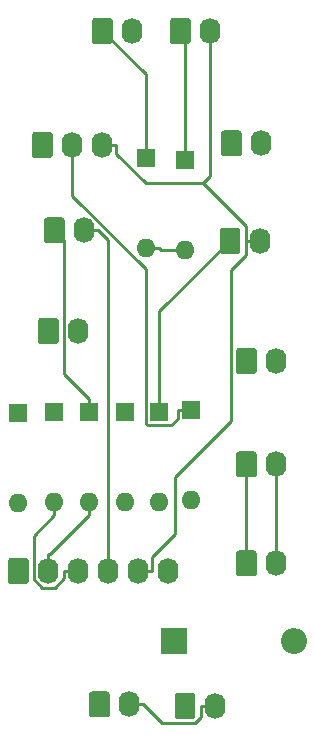
<source format=gbr>
G04 #@! TF.GenerationSoftware,KiCad,Pcbnew,(5.1.5-0-10_14)*
G04 #@! TF.CreationDate,2021-04-18T14:49:03+10:00*
G04 #@! TF.ProjectId,OH - Right Console - 12 -  Canopy Switch Breakers,4f48202d-2052-4696-9768-7420436f6e73,rev?*
G04 #@! TF.SameCoordinates,Original*
G04 #@! TF.FileFunction,Copper,L1,Top*
G04 #@! TF.FilePolarity,Positive*
%FSLAX46Y46*%
G04 Gerber Fmt 4.6, Leading zero omitted, Abs format (unit mm)*
G04 Created by KiCad (PCBNEW (5.1.5-0-10_14)) date 2021-04-18 14:49:03*
%MOMM*%
%LPD*%
G04 APERTURE LIST*
%ADD10O,1.740000X2.200000*%
%ADD11C,0.100000*%
%ADD12O,2.200000X2.200000*%
%ADD13R,2.200000X2.200000*%
%ADD14O,1.600000X1.600000*%
%ADD15R,1.600000X1.600000*%
%ADD16C,0.250000*%
G04 APERTURE END LIST*
D10*
X109474000Y-110998000D03*
G04 #@! TA.AperFunction,ComponentPad*
D11*
G36*
X107578505Y-109899204D02*
G01*
X107602773Y-109902804D01*
X107626572Y-109908765D01*
X107649671Y-109917030D01*
X107671850Y-109927520D01*
X107692893Y-109940132D01*
X107712599Y-109954747D01*
X107730777Y-109971223D01*
X107747253Y-109989401D01*
X107761868Y-110009107D01*
X107774480Y-110030150D01*
X107784970Y-110052329D01*
X107793235Y-110075428D01*
X107799196Y-110099227D01*
X107802796Y-110123495D01*
X107804000Y-110147999D01*
X107804000Y-111848001D01*
X107802796Y-111872505D01*
X107799196Y-111896773D01*
X107793235Y-111920572D01*
X107784970Y-111943671D01*
X107774480Y-111965850D01*
X107761868Y-111986893D01*
X107747253Y-112006599D01*
X107730777Y-112024777D01*
X107712599Y-112041253D01*
X107692893Y-112055868D01*
X107671850Y-112068480D01*
X107649671Y-112078970D01*
X107626572Y-112087235D01*
X107602773Y-112093196D01*
X107578505Y-112096796D01*
X107554001Y-112098000D01*
X106313999Y-112098000D01*
X106289495Y-112096796D01*
X106265227Y-112093196D01*
X106241428Y-112087235D01*
X106218329Y-112078970D01*
X106196150Y-112068480D01*
X106175107Y-112055868D01*
X106155401Y-112041253D01*
X106137223Y-112024777D01*
X106120747Y-112006599D01*
X106106132Y-111986893D01*
X106093520Y-111965850D01*
X106083030Y-111943671D01*
X106074765Y-111920572D01*
X106068804Y-111896773D01*
X106065204Y-111872505D01*
X106064000Y-111848001D01*
X106064000Y-110147999D01*
X106065204Y-110123495D01*
X106068804Y-110099227D01*
X106074765Y-110075428D01*
X106083030Y-110052329D01*
X106093520Y-110030150D01*
X106106132Y-110009107D01*
X106120747Y-109989401D01*
X106137223Y-109971223D01*
X106155401Y-109954747D01*
X106175107Y-109940132D01*
X106196150Y-109927520D01*
X106218329Y-109917030D01*
X106241428Y-109908765D01*
X106265227Y-109902804D01*
X106289495Y-109899204D01*
X106313999Y-109898000D01*
X107554001Y-109898000D01*
X107578505Y-109899204D01*
G37*
G04 #@! TD.AperFunction*
D10*
X94615000Y-110109000D03*
G04 #@! TA.AperFunction,ComponentPad*
D11*
G36*
X92719505Y-109010204D02*
G01*
X92743773Y-109013804D01*
X92767572Y-109019765D01*
X92790671Y-109028030D01*
X92812850Y-109038520D01*
X92833893Y-109051132D01*
X92853599Y-109065747D01*
X92871777Y-109082223D01*
X92888253Y-109100401D01*
X92902868Y-109120107D01*
X92915480Y-109141150D01*
X92925970Y-109163329D01*
X92934235Y-109186428D01*
X92940196Y-109210227D01*
X92943796Y-109234495D01*
X92945000Y-109258999D01*
X92945000Y-110959001D01*
X92943796Y-110983505D01*
X92940196Y-111007773D01*
X92934235Y-111031572D01*
X92925970Y-111054671D01*
X92915480Y-111076850D01*
X92902868Y-111097893D01*
X92888253Y-111117599D01*
X92871777Y-111135777D01*
X92853599Y-111152253D01*
X92833893Y-111166868D01*
X92812850Y-111179480D01*
X92790671Y-111189970D01*
X92767572Y-111198235D01*
X92743773Y-111204196D01*
X92719505Y-111207796D01*
X92695001Y-111209000D01*
X91454999Y-111209000D01*
X91430495Y-111207796D01*
X91406227Y-111204196D01*
X91382428Y-111198235D01*
X91359329Y-111189970D01*
X91337150Y-111179480D01*
X91316107Y-111166868D01*
X91296401Y-111152253D01*
X91278223Y-111135777D01*
X91261747Y-111117599D01*
X91247132Y-111097893D01*
X91234520Y-111076850D01*
X91224030Y-111054671D01*
X91215765Y-111031572D01*
X91209804Y-111007773D01*
X91206204Y-110983505D01*
X91205000Y-110959001D01*
X91205000Y-109258999D01*
X91206204Y-109234495D01*
X91209804Y-109210227D01*
X91215765Y-109186428D01*
X91224030Y-109163329D01*
X91234520Y-109141150D01*
X91247132Y-109120107D01*
X91261747Y-109100401D01*
X91278223Y-109082223D01*
X91296401Y-109065747D01*
X91316107Y-109051132D01*
X91337150Y-109038520D01*
X91359329Y-109028030D01*
X91382428Y-109019765D01*
X91406227Y-109013804D01*
X91430495Y-109010204D01*
X91454999Y-109009000D01*
X92695001Y-109009000D01*
X92719505Y-109010204D01*
G37*
G04 #@! TD.AperFunction*
D10*
X110871000Y-121158000D03*
G04 #@! TA.AperFunction,ComponentPad*
D11*
G36*
X108975505Y-120059204D02*
G01*
X108999773Y-120062804D01*
X109023572Y-120068765D01*
X109046671Y-120077030D01*
X109068850Y-120087520D01*
X109089893Y-120100132D01*
X109109599Y-120114747D01*
X109127777Y-120131223D01*
X109144253Y-120149401D01*
X109158868Y-120169107D01*
X109171480Y-120190150D01*
X109181970Y-120212329D01*
X109190235Y-120235428D01*
X109196196Y-120259227D01*
X109199796Y-120283495D01*
X109201000Y-120307999D01*
X109201000Y-122008001D01*
X109199796Y-122032505D01*
X109196196Y-122056773D01*
X109190235Y-122080572D01*
X109181970Y-122103671D01*
X109171480Y-122125850D01*
X109158868Y-122146893D01*
X109144253Y-122166599D01*
X109127777Y-122184777D01*
X109109599Y-122201253D01*
X109089893Y-122215868D01*
X109068850Y-122228480D01*
X109046671Y-122238970D01*
X109023572Y-122247235D01*
X108999773Y-122253196D01*
X108975505Y-122256796D01*
X108951001Y-122258000D01*
X107710999Y-122258000D01*
X107686495Y-122256796D01*
X107662227Y-122253196D01*
X107638428Y-122247235D01*
X107615329Y-122238970D01*
X107593150Y-122228480D01*
X107572107Y-122215868D01*
X107552401Y-122201253D01*
X107534223Y-122184777D01*
X107517747Y-122166599D01*
X107503132Y-122146893D01*
X107490520Y-122125850D01*
X107480030Y-122103671D01*
X107471765Y-122080572D01*
X107465804Y-122056773D01*
X107462204Y-122032505D01*
X107461000Y-122008001D01*
X107461000Y-120307999D01*
X107462204Y-120283495D01*
X107465804Y-120259227D01*
X107471765Y-120235428D01*
X107480030Y-120212329D01*
X107490520Y-120190150D01*
X107503132Y-120169107D01*
X107517747Y-120149401D01*
X107534223Y-120131223D01*
X107552401Y-120114747D01*
X107572107Y-120100132D01*
X107593150Y-120087520D01*
X107615329Y-120077030D01*
X107638428Y-120068765D01*
X107662227Y-120062804D01*
X107686495Y-120059204D01*
X107710999Y-120058000D01*
X108951001Y-120058000D01*
X108975505Y-120059204D01*
G37*
G04 #@! TD.AperFunction*
D10*
X94107000Y-118618000D03*
G04 #@! TA.AperFunction,ComponentPad*
D11*
G36*
X92211505Y-117519204D02*
G01*
X92235773Y-117522804D01*
X92259572Y-117528765D01*
X92282671Y-117537030D01*
X92304850Y-117547520D01*
X92325893Y-117560132D01*
X92345599Y-117574747D01*
X92363777Y-117591223D01*
X92380253Y-117609401D01*
X92394868Y-117629107D01*
X92407480Y-117650150D01*
X92417970Y-117672329D01*
X92426235Y-117695428D01*
X92432196Y-117719227D01*
X92435796Y-117743495D01*
X92437000Y-117767999D01*
X92437000Y-119468001D01*
X92435796Y-119492505D01*
X92432196Y-119516773D01*
X92426235Y-119540572D01*
X92417970Y-119563671D01*
X92407480Y-119585850D01*
X92394868Y-119606893D01*
X92380253Y-119626599D01*
X92363777Y-119644777D01*
X92345599Y-119661253D01*
X92325893Y-119675868D01*
X92304850Y-119688480D01*
X92282671Y-119698970D01*
X92259572Y-119707235D01*
X92235773Y-119713196D01*
X92211505Y-119716796D01*
X92187001Y-119718000D01*
X90946999Y-119718000D01*
X90922495Y-119716796D01*
X90898227Y-119713196D01*
X90874428Y-119707235D01*
X90851329Y-119698970D01*
X90829150Y-119688480D01*
X90808107Y-119675868D01*
X90788401Y-119661253D01*
X90770223Y-119644777D01*
X90753747Y-119626599D01*
X90739132Y-119606893D01*
X90726520Y-119585850D01*
X90716030Y-119563671D01*
X90707765Y-119540572D01*
X90701804Y-119516773D01*
X90698204Y-119492505D01*
X90697000Y-119468001D01*
X90697000Y-117767999D01*
X90698204Y-117743495D01*
X90701804Y-117719227D01*
X90707765Y-117695428D01*
X90716030Y-117672329D01*
X90726520Y-117650150D01*
X90739132Y-117629107D01*
X90753747Y-117609401D01*
X90770223Y-117591223D01*
X90788401Y-117574747D01*
X90808107Y-117560132D01*
X90829150Y-117547520D01*
X90851329Y-117537030D01*
X90874428Y-117528765D01*
X90898227Y-117522804D01*
X90922495Y-117519204D01*
X90946999Y-117518000D01*
X92187001Y-117518000D01*
X92211505Y-117519204D01*
G37*
G04 #@! TD.AperFunction*
D10*
X96139000Y-102870000D03*
X93599000Y-102870000D03*
G04 #@! TA.AperFunction,ComponentPad*
D11*
G36*
X91703505Y-101771204D02*
G01*
X91727773Y-101774804D01*
X91751572Y-101780765D01*
X91774671Y-101789030D01*
X91796850Y-101799520D01*
X91817893Y-101812132D01*
X91837599Y-101826747D01*
X91855777Y-101843223D01*
X91872253Y-101861401D01*
X91886868Y-101881107D01*
X91899480Y-101902150D01*
X91909970Y-101924329D01*
X91918235Y-101947428D01*
X91924196Y-101971227D01*
X91927796Y-101995495D01*
X91929000Y-102019999D01*
X91929000Y-103720001D01*
X91927796Y-103744505D01*
X91924196Y-103768773D01*
X91918235Y-103792572D01*
X91909970Y-103815671D01*
X91899480Y-103837850D01*
X91886868Y-103858893D01*
X91872253Y-103878599D01*
X91855777Y-103896777D01*
X91837599Y-103913253D01*
X91817893Y-103927868D01*
X91796850Y-103940480D01*
X91774671Y-103950970D01*
X91751572Y-103959235D01*
X91727773Y-103965196D01*
X91703505Y-103968796D01*
X91679001Y-103970000D01*
X90438999Y-103970000D01*
X90414495Y-103968796D01*
X90390227Y-103965196D01*
X90366428Y-103959235D01*
X90343329Y-103950970D01*
X90321150Y-103940480D01*
X90300107Y-103927868D01*
X90280401Y-103913253D01*
X90262223Y-103896777D01*
X90245747Y-103878599D01*
X90231132Y-103858893D01*
X90218520Y-103837850D01*
X90208030Y-103815671D01*
X90199765Y-103792572D01*
X90193804Y-103768773D01*
X90190204Y-103744505D01*
X90189000Y-103720001D01*
X90189000Y-102019999D01*
X90190204Y-101995495D01*
X90193804Y-101971227D01*
X90199765Y-101947428D01*
X90208030Y-101924329D01*
X90218520Y-101902150D01*
X90231132Y-101881107D01*
X90245747Y-101861401D01*
X90262223Y-101843223D01*
X90280401Y-101826747D01*
X90300107Y-101812132D01*
X90321150Y-101799520D01*
X90343329Y-101789030D01*
X90366428Y-101780765D01*
X90390227Y-101774804D01*
X90414495Y-101771204D01*
X90438999Y-101770000D01*
X91679001Y-101770000D01*
X91703505Y-101771204D01*
G37*
G04 #@! TD.AperFunction*
D10*
X105283000Y-93218000D03*
G04 #@! TA.AperFunction,ComponentPad*
D11*
G36*
X103387505Y-92119204D02*
G01*
X103411773Y-92122804D01*
X103435572Y-92128765D01*
X103458671Y-92137030D01*
X103480850Y-92147520D01*
X103501893Y-92160132D01*
X103521599Y-92174747D01*
X103539777Y-92191223D01*
X103556253Y-92209401D01*
X103570868Y-92229107D01*
X103583480Y-92250150D01*
X103593970Y-92272329D01*
X103602235Y-92295428D01*
X103608196Y-92319227D01*
X103611796Y-92343495D01*
X103613000Y-92367999D01*
X103613000Y-94068001D01*
X103611796Y-94092505D01*
X103608196Y-94116773D01*
X103602235Y-94140572D01*
X103593970Y-94163671D01*
X103583480Y-94185850D01*
X103570868Y-94206893D01*
X103556253Y-94226599D01*
X103539777Y-94244777D01*
X103521599Y-94261253D01*
X103501893Y-94275868D01*
X103480850Y-94288480D01*
X103458671Y-94298970D01*
X103435572Y-94307235D01*
X103411773Y-94313196D01*
X103387505Y-94316796D01*
X103363001Y-94318000D01*
X102122999Y-94318000D01*
X102098495Y-94316796D01*
X102074227Y-94313196D01*
X102050428Y-94307235D01*
X102027329Y-94298970D01*
X102005150Y-94288480D01*
X101984107Y-94275868D01*
X101964401Y-94261253D01*
X101946223Y-94244777D01*
X101929747Y-94226599D01*
X101915132Y-94206893D01*
X101902520Y-94185850D01*
X101892030Y-94163671D01*
X101883765Y-94140572D01*
X101877804Y-94116773D01*
X101874204Y-94092505D01*
X101873000Y-94068001D01*
X101873000Y-92367999D01*
X101874204Y-92343495D01*
X101877804Y-92319227D01*
X101883765Y-92295428D01*
X101892030Y-92272329D01*
X101902520Y-92250150D01*
X101915132Y-92229107D01*
X101929747Y-92209401D01*
X101946223Y-92191223D01*
X101964401Y-92174747D01*
X101984107Y-92160132D01*
X102005150Y-92147520D01*
X102027329Y-92137030D01*
X102050428Y-92128765D01*
X102074227Y-92122804D01*
X102098495Y-92119204D01*
X102122999Y-92118000D01*
X103363001Y-92118000D01*
X103387505Y-92119204D01*
G37*
G04 #@! TD.AperFunction*
D10*
X98679000Y-93218000D03*
G04 #@! TA.AperFunction,ComponentPad*
D11*
G36*
X96783505Y-92119204D02*
G01*
X96807773Y-92122804D01*
X96831572Y-92128765D01*
X96854671Y-92137030D01*
X96876850Y-92147520D01*
X96897893Y-92160132D01*
X96917599Y-92174747D01*
X96935777Y-92191223D01*
X96952253Y-92209401D01*
X96966868Y-92229107D01*
X96979480Y-92250150D01*
X96989970Y-92272329D01*
X96998235Y-92295428D01*
X97004196Y-92319227D01*
X97007796Y-92343495D01*
X97009000Y-92367999D01*
X97009000Y-94068001D01*
X97007796Y-94092505D01*
X97004196Y-94116773D01*
X96998235Y-94140572D01*
X96989970Y-94163671D01*
X96979480Y-94185850D01*
X96966868Y-94206893D01*
X96952253Y-94226599D01*
X96935777Y-94244777D01*
X96917599Y-94261253D01*
X96897893Y-94275868D01*
X96876850Y-94288480D01*
X96854671Y-94298970D01*
X96831572Y-94307235D01*
X96807773Y-94313196D01*
X96783505Y-94316796D01*
X96759001Y-94318000D01*
X95518999Y-94318000D01*
X95494495Y-94316796D01*
X95470227Y-94313196D01*
X95446428Y-94307235D01*
X95423329Y-94298970D01*
X95401150Y-94288480D01*
X95380107Y-94275868D01*
X95360401Y-94261253D01*
X95342223Y-94244777D01*
X95325747Y-94226599D01*
X95311132Y-94206893D01*
X95298520Y-94185850D01*
X95288030Y-94163671D01*
X95279765Y-94140572D01*
X95273804Y-94116773D01*
X95270204Y-94092505D01*
X95269000Y-94068001D01*
X95269000Y-92367999D01*
X95270204Y-92343495D01*
X95273804Y-92319227D01*
X95279765Y-92295428D01*
X95288030Y-92272329D01*
X95298520Y-92250150D01*
X95311132Y-92229107D01*
X95325747Y-92209401D01*
X95342223Y-92191223D01*
X95360401Y-92174747D01*
X95380107Y-92160132D01*
X95401150Y-92147520D01*
X95423329Y-92137030D01*
X95446428Y-92128765D01*
X95470227Y-92122804D01*
X95494495Y-92119204D01*
X95518999Y-92118000D01*
X96759001Y-92118000D01*
X96783505Y-92119204D01*
G37*
G04 #@! TD.AperFunction*
D10*
X109601000Y-102743000D03*
G04 #@! TA.AperFunction,ComponentPad*
D11*
G36*
X107705505Y-101644204D02*
G01*
X107729773Y-101647804D01*
X107753572Y-101653765D01*
X107776671Y-101662030D01*
X107798850Y-101672520D01*
X107819893Y-101685132D01*
X107839599Y-101699747D01*
X107857777Y-101716223D01*
X107874253Y-101734401D01*
X107888868Y-101754107D01*
X107901480Y-101775150D01*
X107911970Y-101797329D01*
X107920235Y-101820428D01*
X107926196Y-101844227D01*
X107929796Y-101868495D01*
X107931000Y-101892999D01*
X107931000Y-103593001D01*
X107929796Y-103617505D01*
X107926196Y-103641773D01*
X107920235Y-103665572D01*
X107911970Y-103688671D01*
X107901480Y-103710850D01*
X107888868Y-103731893D01*
X107874253Y-103751599D01*
X107857777Y-103769777D01*
X107839599Y-103786253D01*
X107819893Y-103800868D01*
X107798850Y-103813480D01*
X107776671Y-103823970D01*
X107753572Y-103832235D01*
X107729773Y-103838196D01*
X107705505Y-103841796D01*
X107681001Y-103843000D01*
X106440999Y-103843000D01*
X106416495Y-103841796D01*
X106392227Y-103838196D01*
X106368428Y-103832235D01*
X106345329Y-103823970D01*
X106323150Y-103813480D01*
X106302107Y-103800868D01*
X106282401Y-103786253D01*
X106264223Y-103769777D01*
X106247747Y-103751599D01*
X106233132Y-103731893D01*
X106220520Y-103710850D01*
X106210030Y-103688671D01*
X106201765Y-103665572D01*
X106195804Y-103641773D01*
X106192204Y-103617505D01*
X106191000Y-103593001D01*
X106191000Y-101892999D01*
X106192204Y-101868495D01*
X106195804Y-101844227D01*
X106201765Y-101820428D01*
X106210030Y-101797329D01*
X106220520Y-101775150D01*
X106233132Y-101754107D01*
X106247747Y-101734401D01*
X106264223Y-101716223D01*
X106282401Y-101699747D01*
X106302107Y-101685132D01*
X106323150Y-101672520D01*
X106345329Y-101662030D01*
X106368428Y-101653765D01*
X106392227Y-101647804D01*
X106416495Y-101644204D01*
X106440999Y-101643000D01*
X107681001Y-101643000D01*
X107705505Y-101644204D01*
G37*
G04 #@! TD.AperFunction*
D10*
X105664000Y-150368000D03*
G04 #@! TA.AperFunction,ComponentPad*
D11*
G36*
X103768505Y-149269204D02*
G01*
X103792773Y-149272804D01*
X103816572Y-149278765D01*
X103839671Y-149287030D01*
X103861850Y-149297520D01*
X103882893Y-149310132D01*
X103902599Y-149324747D01*
X103920777Y-149341223D01*
X103937253Y-149359401D01*
X103951868Y-149379107D01*
X103964480Y-149400150D01*
X103974970Y-149422329D01*
X103983235Y-149445428D01*
X103989196Y-149469227D01*
X103992796Y-149493495D01*
X103994000Y-149517999D01*
X103994000Y-151218001D01*
X103992796Y-151242505D01*
X103989196Y-151266773D01*
X103983235Y-151290572D01*
X103974970Y-151313671D01*
X103964480Y-151335850D01*
X103951868Y-151356893D01*
X103937253Y-151376599D01*
X103920777Y-151394777D01*
X103902599Y-151411253D01*
X103882893Y-151425868D01*
X103861850Y-151438480D01*
X103839671Y-151448970D01*
X103816572Y-151457235D01*
X103792773Y-151463196D01*
X103768505Y-151466796D01*
X103744001Y-151468000D01*
X102503999Y-151468000D01*
X102479495Y-151466796D01*
X102455227Y-151463196D01*
X102431428Y-151457235D01*
X102408329Y-151448970D01*
X102386150Y-151438480D01*
X102365107Y-151425868D01*
X102345401Y-151411253D01*
X102327223Y-151394777D01*
X102310747Y-151376599D01*
X102296132Y-151356893D01*
X102283520Y-151335850D01*
X102273030Y-151313671D01*
X102264765Y-151290572D01*
X102258804Y-151266773D01*
X102255204Y-151242505D01*
X102254000Y-151218001D01*
X102254000Y-149517999D01*
X102255204Y-149493495D01*
X102258804Y-149469227D01*
X102264765Y-149445428D01*
X102273030Y-149422329D01*
X102283520Y-149400150D01*
X102296132Y-149379107D01*
X102310747Y-149359401D01*
X102327223Y-149341223D01*
X102345401Y-149324747D01*
X102365107Y-149310132D01*
X102386150Y-149297520D01*
X102408329Y-149287030D01*
X102431428Y-149278765D01*
X102455227Y-149272804D01*
X102479495Y-149269204D01*
X102503999Y-149268000D01*
X103744001Y-149268000D01*
X103768505Y-149269204D01*
G37*
G04 #@! TD.AperFunction*
D10*
X110871000Y-129921000D03*
G04 #@! TA.AperFunction,ComponentPad*
D11*
G36*
X108975505Y-128822204D02*
G01*
X108999773Y-128825804D01*
X109023572Y-128831765D01*
X109046671Y-128840030D01*
X109068850Y-128850520D01*
X109089893Y-128863132D01*
X109109599Y-128877747D01*
X109127777Y-128894223D01*
X109144253Y-128912401D01*
X109158868Y-128932107D01*
X109171480Y-128953150D01*
X109181970Y-128975329D01*
X109190235Y-128998428D01*
X109196196Y-129022227D01*
X109199796Y-129046495D01*
X109201000Y-129070999D01*
X109201000Y-130771001D01*
X109199796Y-130795505D01*
X109196196Y-130819773D01*
X109190235Y-130843572D01*
X109181970Y-130866671D01*
X109171480Y-130888850D01*
X109158868Y-130909893D01*
X109144253Y-130929599D01*
X109127777Y-130947777D01*
X109109599Y-130964253D01*
X109089893Y-130978868D01*
X109068850Y-130991480D01*
X109046671Y-131001970D01*
X109023572Y-131010235D01*
X108999773Y-131016196D01*
X108975505Y-131019796D01*
X108951001Y-131021000D01*
X107710999Y-131021000D01*
X107686495Y-131019796D01*
X107662227Y-131016196D01*
X107638428Y-131010235D01*
X107615329Y-131001970D01*
X107593150Y-130991480D01*
X107572107Y-130978868D01*
X107552401Y-130964253D01*
X107534223Y-130947777D01*
X107517747Y-130929599D01*
X107503132Y-130909893D01*
X107490520Y-130888850D01*
X107480030Y-130866671D01*
X107471765Y-130843572D01*
X107465804Y-130819773D01*
X107462204Y-130795505D01*
X107461000Y-130771001D01*
X107461000Y-129070999D01*
X107462204Y-129046495D01*
X107465804Y-129022227D01*
X107471765Y-128998428D01*
X107480030Y-128975329D01*
X107490520Y-128953150D01*
X107503132Y-128932107D01*
X107517747Y-128912401D01*
X107534223Y-128894223D01*
X107552401Y-128877747D01*
X107572107Y-128863132D01*
X107593150Y-128850520D01*
X107615329Y-128840030D01*
X107638428Y-128831765D01*
X107662227Y-128825804D01*
X107686495Y-128822204D01*
X107710999Y-128821000D01*
X108951001Y-128821000D01*
X108975505Y-128822204D01*
G37*
G04 #@! TD.AperFunction*
D10*
X110871000Y-138303000D03*
G04 #@! TA.AperFunction,ComponentPad*
D11*
G36*
X108975505Y-137204204D02*
G01*
X108999773Y-137207804D01*
X109023572Y-137213765D01*
X109046671Y-137222030D01*
X109068850Y-137232520D01*
X109089893Y-137245132D01*
X109109599Y-137259747D01*
X109127777Y-137276223D01*
X109144253Y-137294401D01*
X109158868Y-137314107D01*
X109171480Y-137335150D01*
X109181970Y-137357329D01*
X109190235Y-137380428D01*
X109196196Y-137404227D01*
X109199796Y-137428495D01*
X109201000Y-137452999D01*
X109201000Y-139153001D01*
X109199796Y-139177505D01*
X109196196Y-139201773D01*
X109190235Y-139225572D01*
X109181970Y-139248671D01*
X109171480Y-139270850D01*
X109158868Y-139291893D01*
X109144253Y-139311599D01*
X109127777Y-139329777D01*
X109109599Y-139346253D01*
X109089893Y-139360868D01*
X109068850Y-139373480D01*
X109046671Y-139383970D01*
X109023572Y-139392235D01*
X108999773Y-139398196D01*
X108975505Y-139401796D01*
X108951001Y-139403000D01*
X107710999Y-139403000D01*
X107686495Y-139401796D01*
X107662227Y-139398196D01*
X107638428Y-139392235D01*
X107615329Y-139383970D01*
X107593150Y-139373480D01*
X107572107Y-139360868D01*
X107552401Y-139346253D01*
X107534223Y-139329777D01*
X107517747Y-139311599D01*
X107503132Y-139291893D01*
X107490520Y-139270850D01*
X107480030Y-139248671D01*
X107471765Y-139225572D01*
X107465804Y-139201773D01*
X107462204Y-139177505D01*
X107461000Y-139153001D01*
X107461000Y-137452999D01*
X107462204Y-137428495D01*
X107465804Y-137404227D01*
X107471765Y-137380428D01*
X107480030Y-137357329D01*
X107490520Y-137335150D01*
X107503132Y-137314107D01*
X107517747Y-137294401D01*
X107534223Y-137276223D01*
X107552401Y-137259747D01*
X107572107Y-137245132D01*
X107593150Y-137232520D01*
X107615329Y-137222030D01*
X107638428Y-137213765D01*
X107662227Y-137207804D01*
X107686495Y-137204204D01*
X107710999Y-137203000D01*
X108951001Y-137203000D01*
X108975505Y-137204204D01*
G37*
G04 #@! TD.AperFunction*
D10*
X98425000Y-150241000D03*
G04 #@! TA.AperFunction,ComponentPad*
D11*
G36*
X96529505Y-149142204D02*
G01*
X96553773Y-149145804D01*
X96577572Y-149151765D01*
X96600671Y-149160030D01*
X96622850Y-149170520D01*
X96643893Y-149183132D01*
X96663599Y-149197747D01*
X96681777Y-149214223D01*
X96698253Y-149232401D01*
X96712868Y-149252107D01*
X96725480Y-149273150D01*
X96735970Y-149295329D01*
X96744235Y-149318428D01*
X96750196Y-149342227D01*
X96753796Y-149366495D01*
X96755000Y-149390999D01*
X96755000Y-151091001D01*
X96753796Y-151115505D01*
X96750196Y-151139773D01*
X96744235Y-151163572D01*
X96735970Y-151186671D01*
X96725480Y-151208850D01*
X96712868Y-151229893D01*
X96698253Y-151249599D01*
X96681777Y-151267777D01*
X96663599Y-151284253D01*
X96643893Y-151298868D01*
X96622850Y-151311480D01*
X96600671Y-151321970D01*
X96577572Y-151330235D01*
X96553773Y-151336196D01*
X96529505Y-151339796D01*
X96505001Y-151341000D01*
X95264999Y-151341000D01*
X95240495Y-151339796D01*
X95216227Y-151336196D01*
X95192428Y-151330235D01*
X95169329Y-151321970D01*
X95147150Y-151311480D01*
X95126107Y-151298868D01*
X95106401Y-151284253D01*
X95088223Y-151267777D01*
X95071747Y-151249599D01*
X95057132Y-151229893D01*
X95044520Y-151208850D01*
X95034030Y-151186671D01*
X95025765Y-151163572D01*
X95019804Y-151139773D01*
X95016204Y-151115505D01*
X95015000Y-151091001D01*
X95015000Y-149390999D01*
X95016204Y-149366495D01*
X95019804Y-149342227D01*
X95025765Y-149318428D01*
X95034030Y-149295329D01*
X95044520Y-149273150D01*
X95057132Y-149252107D01*
X95071747Y-149232401D01*
X95088223Y-149214223D01*
X95106401Y-149197747D01*
X95126107Y-149183132D01*
X95147150Y-149170520D01*
X95169329Y-149160030D01*
X95192428Y-149151765D01*
X95216227Y-149145804D01*
X95240495Y-149142204D01*
X95264999Y-149141000D01*
X96505001Y-149141000D01*
X96529505Y-149142204D01*
G37*
G04 #@! TD.AperFunction*
D10*
X101727000Y-138938000D03*
X99187000Y-138938000D03*
X96647000Y-138938000D03*
X94107000Y-138938000D03*
X91567000Y-138938000D03*
G04 #@! TA.AperFunction,ComponentPad*
D11*
G36*
X89671505Y-137839204D02*
G01*
X89695773Y-137842804D01*
X89719572Y-137848765D01*
X89742671Y-137857030D01*
X89764850Y-137867520D01*
X89785893Y-137880132D01*
X89805599Y-137894747D01*
X89823777Y-137911223D01*
X89840253Y-137929401D01*
X89854868Y-137949107D01*
X89867480Y-137970150D01*
X89877970Y-137992329D01*
X89886235Y-138015428D01*
X89892196Y-138039227D01*
X89895796Y-138063495D01*
X89897000Y-138087999D01*
X89897000Y-139788001D01*
X89895796Y-139812505D01*
X89892196Y-139836773D01*
X89886235Y-139860572D01*
X89877970Y-139883671D01*
X89867480Y-139905850D01*
X89854868Y-139926893D01*
X89840253Y-139946599D01*
X89823777Y-139964777D01*
X89805599Y-139981253D01*
X89785893Y-139995868D01*
X89764850Y-140008480D01*
X89742671Y-140018970D01*
X89719572Y-140027235D01*
X89695773Y-140033196D01*
X89671505Y-140036796D01*
X89647001Y-140038000D01*
X88406999Y-140038000D01*
X88382495Y-140036796D01*
X88358227Y-140033196D01*
X88334428Y-140027235D01*
X88311329Y-140018970D01*
X88289150Y-140008480D01*
X88268107Y-139995868D01*
X88248401Y-139981253D01*
X88230223Y-139964777D01*
X88213747Y-139946599D01*
X88199132Y-139926893D01*
X88186520Y-139905850D01*
X88176030Y-139883671D01*
X88167765Y-139860572D01*
X88161804Y-139836773D01*
X88158204Y-139812505D01*
X88157000Y-139788001D01*
X88157000Y-138087999D01*
X88158204Y-138063495D01*
X88161804Y-138039227D01*
X88167765Y-138015428D01*
X88176030Y-137992329D01*
X88186520Y-137970150D01*
X88199132Y-137949107D01*
X88213747Y-137929401D01*
X88230223Y-137911223D01*
X88248401Y-137894747D01*
X88268107Y-137880132D01*
X88289150Y-137867520D01*
X88311329Y-137857030D01*
X88334428Y-137848765D01*
X88358227Y-137842804D01*
X88382495Y-137839204D01*
X88406999Y-137838000D01*
X89647001Y-137838000D01*
X89671505Y-137839204D01*
G37*
G04 #@! TD.AperFunction*
D12*
X112395000Y-144907000D03*
D13*
X102235000Y-144907000D03*
D14*
X92075000Y-133096000D03*
D15*
X92075000Y-125476000D03*
D14*
X98044000Y-133096000D03*
D15*
X98044000Y-125476000D03*
D14*
X100965000Y-133096000D03*
D15*
X100965000Y-125476000D03*
D14*
X94996000Y-133096000D03*
D15*
X94996000Y-125476000D03*
D14*
X103124000Y-111760000D03*
D15*
X103124000Y-104140000D03*
D14*
X99822000Y-111633000D03*
D15*
X99822000Y-104013000D03*
D14*
X89027000Y-133223000D03*
D15*
X89027000Y-125603000D03*
D14*
X103632000Y-132969000D03*
D15*
X103632000Y-125349000D03*
D16*
X103632000Y-125349000D02*
X102506700Y-125349000D01*
X102506700Y-125349000D02*
X102506700Y-126052300D01*
X102506700Y-126052300D02*
X101957600Y-126601400D01*
X101957600Y-126601400D02*
X99966200Y-126601400D01*
X99966200Y-126601400D02*
X99839600Y-126474800D01*
X99839600Y-126474800D02*
X99839600Y-113413100D01*
X99839600Y-113413100D02*
X93599000Y-107172500D01*
X93599000Y-107172500D02*
X93599000Y-102870000D01*
X94107000Y-138938000D02*
X92911700Y-138938000D01*
X92075000Y-133096000D02*
X92075000Y-134221300D01*
X92075000Y-134221300D02*
X90354900Y-135941400D01*
X90354900Y-135941400D02*
X90354900Y-139656700D01*
X90354900Y-139656700D02*
X91069800Y-140371600D01*
X91069800Y-140371600D02*
X92099600Y-140371600D01*
X92099600Y-140371600D02*
X92911700Y-139559500D01*
X92911700Y-139559500D02*
X92911700Y-138938000D01*
X99822000Y-111633000D02*
X100947300Y-111633000D01*
X101998700Y-111760000D02*
X101074300Y-111760000D01*
X101074300Y-111760000D02*
X100947300Y-111633000D01*
X103124000Y-111760000D02*
X101998700Y-111760000D01*
X99822000Y-104013000D02*
X99822000Y-96901000D01*
X99822000Y-96901000D02*
X96139000Y-93218000D01*
X103124000Y-104140000D02*
X103124000Y-93599000D01*
X103124000Y-93599000D02*
X102743000Y-93218000D01*
X91567000Y-138938000D02*
X91567000Y-137512700D01*
X94996000Y-133096000D02*
X94996000Y-134221300D01*
X94996000Y-134221300D02*
X91704600Y-137512700D01*
X91704600Y-137512700D02*
X91567000Y-137512700D01*
X94996000Y-125476000D02*
X94996000Y-124350700D01*
X94996000Y-124350700D02*
X92895100Y-122249800D01*
X92895100Y-122249800D02*
X92895100Y-110929100D01*
X92895100Y-110929100D02*
X92075000Y-110109000D01*
X100965000Y-125476000D02*
X100965000Y-116967000D01*
X100965000Y-116967000D02*
X106934000Y-110998000D01*
X98425000Y-150241000D02*
X99620300Y-150241000D01*
X105664000Y-150368000D02*
X104468700Y-150368000D01*
X104468700Y-150368000D02*
X104468700Y-151339200D01*
X104468700Y-151339200D02*
X104009600Y-151798300D01*
X104009600Y-151798300D02*
X101177600Y-151798300D01*
X101177600Y-151798300D02*
X99620300Y-150241000D01*
X104671800Y-106096100D02*
X105283000Y-105484900D01*
X105283000Y-105484900D02*
X105283000Y-93218000D01*
X108278700Y-110998000D02*
X108278700Y-109703000D01*
X108278700Y-109703000D02*
X104671800Y-106096100D01*
X104671800Y-106096100D02*
X99813300Y-106096100D01*
X99813300Y-106096100D02*
X97334300Y-103617100D01*
X97334300Y-103617100D02*
X97334300Y-102870000D01*
X96139000Y-102870000D02*
X97334300Y-102870000D01*
X109474000Y-110998000D02*
X108278700Y-110998000D01*
X100382300Y-138938000D02*
X100382300Y-137742700D01*
X100382300Y-137742700D02*
X102277900Y-135847100D01*
X102277900Y-135847100D02*
X102277900Y-130974100D01*
X102277900Y-130974100D02*
X106989200Y-126262800D01*
X106989200Y-126262800D02*
X106989200Y-113482800D01*
X106989200Y-113482800D02*
X108278700Y-112193300D01*
X108278700Y-112193300D02*
X108278700Y-110998000D01*
X99187000Y-138938000D02*
X100382300Y-138938000D01*
X95810300Y-110109000D02*
X96647000Y-110945700D01*
X96647000Y-110945700D02*
X96647000Y-138938000D01*
X94615000Y-110109000D02*
X95810300Y-110109000D01*
X110871000Y-138303000D02*
X110871000Y-129921000D01*
X108331000Y-138303000D02*
X108331000Y-129921000D01*
M02*

</source>
